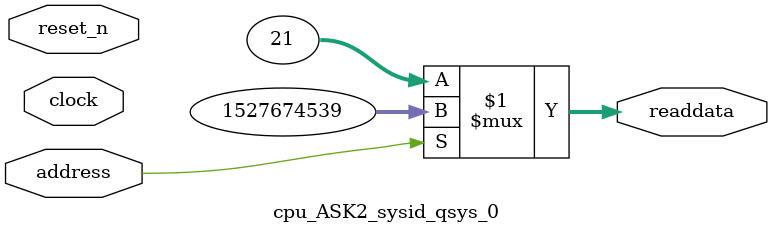
<source format=v>

`timescale 1ns / 1ps
// synthesis translate_on

// turn off superfluous verilog processor warnings 
// altera message_level Level1 
// altera message_off 10034 10035 10036 10037 10230 10240 10030 

module cpu_ASK2_sysid_qsys_0 (
               // inputs:
                address,
                clock,
                reset_n,

               // outputs:
                readdata
             )
;

  output  [ 31: 0] readdata;
  input            address;
  input            clock;
  input            reset_n;

  wire    [ 31: 0] readdata;
  //control_slave, which is an e_avalon_slave
  assign readdata = address ? 1527674539 : 21;

endmodule




</source>
